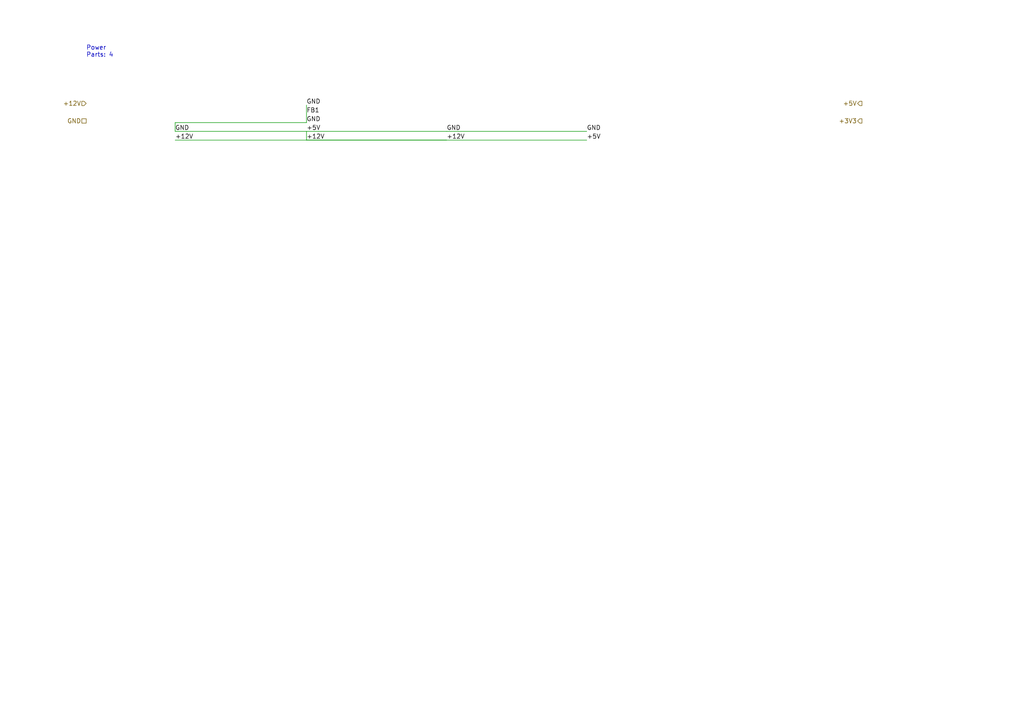
<source format=kicad_sch>
(kicad_sch (version 20250114) (generator "kicad_auto_builder") (generator_version "1.3.0")
  (paper "A4")
  (title_block (title "Power") (date "2025-12-12") (rev "2.0") (company "HierarchicalPortsObj") (comment 1 "Ports Object Format Example") (comment 2 "Left/Right pin placement test"))
  (lib_symbols
    (symbol "Barrel_Jack" (pin_names (offset 1.016))
      (property "Reference" "J" (at 0 6.35 0))
      (property "Value" "Barrel_Jack" (at 0 -6.35 0))
      (symbol "Barrel_Jack_0_1"
        (rectangle (start -5.08 5.08) (end 5.08 -5.08) (stroke (width 0.254)) (fill (type background)))
      )
      (symbol "Barrel_Jack_1_1"
        (pin passive line (at 7.62 2.54 180) (length 2.54) (name "+") (number "1"))
        (pin passive line (at 7.62 -2.54 180) (length 2.54) (name "-") (number "2"))
      )
    )
    (symbol "LM2596S-5" (pin_names (offset 1.016))
      (property "Reference" "U" (at 0 10.16 0))
      (property "Value" "LM2596S-5.0" (at 0 -10.16 0))
      (symbol "LM2596S-5_0_1"
        (rectangle (start -7.62 7.62) (end 7.62 -7.62) (stroke (width 0.254)) (fill (type background)))
      )
      (symbol "LM2596S-5_1_1"
        (pin power_in line (at -10.16 5.08 0) (length 2.54) (name "VIN") (number "1"))
        (pin output line (at 10.16 5.08 180) (length 2.54) (name "OUT") (number "2"))
        (pin power_in line (at 0 -10.16 90) (length 2.54) (name "GND") (number "3"))
        (pin input line (at 10.16 0 180) (length 2.54) (name "FB") (number "4"))
        (pin input line (at -10.16 0 0) (length 2.54) (name "ON/OFF") (number "5"))
      )
    )
    (symbol "CP" (pin_numbers hide) (pin_names (offset 0.254))
      (property "Reference" "C" (at 0.635 2.54 0))
      (property "Value" "CP" (at 0.635 -2.54 0))
      (symbol "CP_0_1"
        (rectangle (start -2.286 0.508) (end 2.286 1.016))
        (polyline (pts (xy -1.778 2.286) (xy -0.762 2.286)))
        (polyline (pts (xy -1.27 1.778) (xy -1.27 2.794)))
        (rectangle (start 2.286 -0.508) (end -2.286 -1.016) (fill (type outline)))
      )
      (symbol "CP_1_1"
        (pin passive line (at 0 3.81 270) (length 2.794) (name "1") (number "1"))
        (pin passive line (at 0 -3.81 90) (length 2.794) (name "2") (number "2"))
      )
    )
  )
  (symbol (lib_id "custom:Barrel_Jack") (at 50.0 50.0 0) (unit 1)
    (property "Reference" "J1" (at 50.0 44.92 0))
    (property "Value" "DC Jack" (at 50.0 55.08 0))
  )
  (symbol (lib_id "custom:LM2596S-5") (at 90.0 50.0 0) (unit 1)
    (property "Reference" "U1" (at 90.0 44.92 0))
    (property "Value" "LM2596S-5.0" (at 90.0 55.08 0))
  )
  (symbol (lib_id "custom:CP") (at 130.0 50.0 0) (unit 1)
    (property "Reference" "C1" (at 130.0 44.92 0))
    (property "Value" "220uF" (at 130.0 55.08 0))
  )
  (symbol (lib_id "custom:CP") (at 170.0 50.0 0) (unit 1)
    (property "Reference" "C2" (at 170.0 44.92 0))
    (property "Value" "220uF" (at 170.0 55.08 0))
  )
  (wire (pts (xy 50.8 40.64) (xy 88.9 40.64)))
  (wire (pts (xy 88.9 40.64) (xy 129.54 40.64)))
  (wire (pts (xy 88.9 30.48) (xy 88.9 35.56)))
  (wire (pts (xy 88.9 35.56) (xy 50.8 35.56)))
  (wire (pts (xy 50.8 35.56) (xy 50.8 38.1)))
  (wire (pts (xy 50.8 38.1) (xy 129.54 38.1)))
  (wire (pts (xy 129.54 38.1) (xy 170.18 38.1)))
  (wire (pts (xy 88.9 38.1) (xy 88.9 40.64)))
  (wire (pts (xy 88.9 40.64) (xy 170.18 40.64)))
  (label "+12V" (at 50.8 40.64 0))
  (label "GND" (at 50.8 38.1 0))
  (label "+12V" (at 88.9 40.64 0))
  (label "+5V" (at 88.9 38.1 0))
  (label "GND" (at 88.9 35.56 0))
  (label "FB1" (at 88.9 33.02 0))
  (label "GND" (at 88.9 30.48 0))
  (label "+12V" (at 129.54 40.64 0))
  (label "GND" (at 129.54 38.1 0))
  (label "+5V" (at 170.18 40.64 0))
  (label "GND" (at 170.18 38.1 0))
  (hierarchical_label "+12V" (shape input) (at 25.0 30.0 180))
  (hierarchical_label "GND" (shape passive) (at 25.0 35.08 180))
  (hierarchical_label "+5V" (shape output) (at 250.0 30.0 0))
  (hierarchical_label "+3V3" (shape output) (at 250.0 35.08 0))
  (text "Power\nParts: 4" (at 25.0 15.0 0) (effects (font (size 1.27 1.27)) (justify left)))
)
</source>
